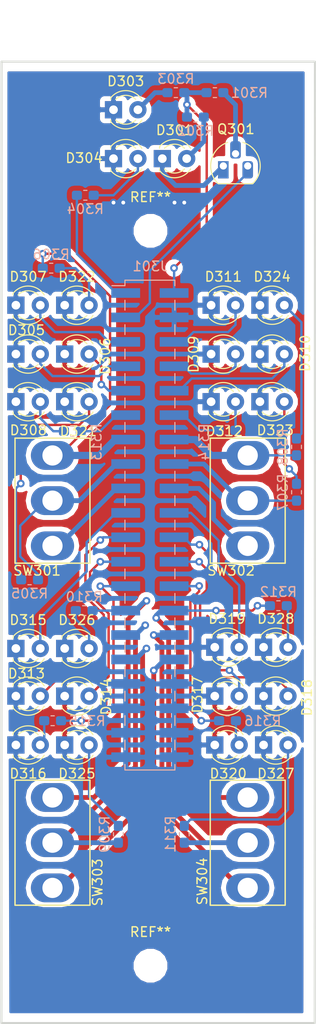
<source format=kicad_pcb>
(kicad_pcb (version 20171130) (host pcbnew "(5.0.2)-1")
  (layers (0 F.Cu signal) (31 B.Cu signal) (34 B.Paste user) (35 F.Paste user) (36 B.SilkS user) (37 F.SilkS user) (38 B.Mask user) (39 F.Mask user) (44 Edge.Cuts user))
  (net 0 "")
  (net 1 "Net-(D301-Pad1)")
  (net 2 "Net-(D301-Pad2)")
  (net 3 "Net-(D303-Pad2)")
  (net 4 "Net-(D304-Pad2)")
  (net 5 /Front/DA_Tx)
  (net 6 /Front/DA_Rx)
  (net 7 /Front/DoorA_VCC)
  (net 8 /Front/DoorA_MK)
  (net 9 /Front/DB_Tx)
  (net 10 /Front/DB_Rx)
  (net 11 /Front/DoorB_VCC)
  (net 12 /Front/DoorB_MK)
  (net 13 /Front/DC_Tx)
  (net 14 /Front/DC_Rx)
  (net 15 /Front/DoorC_VCC)
  (net 16 /Front/DoorC_MK)
  (net 17 /Front/DD_Tx)
  (net 18 /Front/DD_Rx)
  (net 19 /Front/DoorD_VCC)
  (net 20 /Front/DoorD_MK)
  (net 21 /Front/DoorA_Lock)
  (net 22 /Front/DoorA_12V)
  (net 23 /Front/DoorB_Lock)
  (net 24 /Front/DoorB_12V)
  (net 25 /Front/DoorC_Lock)
  (net 26 /Front/DoorC_12V)
  (net 27 /Front/DoorD_Lock)
  (net 28 /Front/DoorD_12V)
  (net 29 /Front/Fuse_Error)
  (net 30 /Front/DoorA_Auto)
  (net 31 /Front/DoorC_Auto)
  (net 32 /Front/DoorD_Auto)
  (net 33 /Front/DoorB_Auto)
  (net 34 "Net-(Q301-Pad2)")
  (net 35 GNDA)
  (net 36 +12P)
  (net 37 +5P)
  (net 38 "Net-(D321-Pad2)")
  (net 39 "Net-(D328-Pad2)")
  (net 40 "Net-(D327-Pad2)")
  (net 41 "Net-(D326-Pad2)")
  (net 42 "Net-(D325-Pad2)")
  (net 43 "Net-(D324-Pad2)")
  (net 44 "Net-(D323-Pad2)")
  (net 45 "Net-(D322-Pad2)")
  (net 46 "Net-(D308-Pad2)")
  (net 47 "Net-(D312-Pad2)")
  (net 48 "Net-(D316-Pad2)")
  (net 49 "Net-(D320-Pad2)")
  (module Resistor_SMD:R_0603_1608Metric_Pad1.05x0.95mm_HandSolder (layer B.Cu) (at 138.465 65.683499 180)
    (fp_text reference R306 (at 0 1.43 180) (layer B.SilkS) (effects (justify mirror)))
    (fp_text value 4k7)
    (pad 2 smd roundrect (at 0.875 0 180) (size 1.05 0.95) (layers B.Cu B.Paste B.Mask) (net 22 /Front/DoorA_12V))
    (pad 1 smd roundrect (at -0.875 0 180) (size 1.05 0.95) (layers B.Cu B.Paste B.Mask) (net 45 "Net-(D322-Pad2)"))
  )
  (module Resistor_SMD:R_0603_1608Metric_Pad1.05x0.95mm_HandSolder (layer B.Cu) (at 142.015 58.103499)
    (fp_text reference R304 (at 0 1.43) (layer B.SilkS) (effects (justify mirror)))
    (fp_text value 1k)
    (pad 2 smd roundrect (at 0.875 0) (size 1.05 0.95) (layers B.Cu B.Paste B.Mask) (net 4 "Net-(D304-Pad2)"))
    (pad 1 smd roundrect (at -0.875 0) (size 1.05 0.95) (layers B.Cu B.Paste B.Mask) (net 36 +12P))
  )
  (module Resistor_SMD:R_0603_1608Metric_Pad1.05x0.95mm_HandSolder (layer B.Cu) (at 164 88.978499 270)
    (fp_text reference R307 (at 0 1.43 270) (layer B.SilkS) (effects (justify mirror)))
    (fp_text value 4k7)
    (pad 1 smd roundrect (at -0.875 0 270) (size 1.05 0.95) (layers B.Cu B.Paste B.Mask) (net 44 "Net-(D323-Pad2)"))
    (pad 2 smd roundrect (at 0.875 0 270) (size 1.05 0.95) (layers B.Cu B.Paste B.Mask) (net 23 /Front/DoorB_Lock))
  )
  (module Resistor_SMD:R_0603_1608Metric_Pad1.05x0.95mm_HandSolder (layer B.Cu) (at 164 84.265499 270)
    (fp_text reference R308 (at 0 1.43 270) (layer B.SilkS) (effects (justify mirror)))
    (fp_text value 4k7)
    (pad 2 smd roundrect (at 0.875 0 270) (size 1.05 0.95) (layers B.Cu B.Paste B.Mask) (net 24 /Front/DoorB_12V))
    (pad 1 smd roundrect (at -0.875 0 270) (size 1.05 0.95) (layers B.Cu B.Paste B.Mask) (net 43 "Net-(D324-Pad2)"))
  )
  (module Resistor_SMD:R_0603_1608Metric_Pad1.05x0.95mm_HandSolder (layer B.Cu) (at 145.458 124.538499 270)
    (fp_text reference R309 (at 0 1.43 270) (layer B.SilkS) (effects (justify mirror)))
    (fp_text value 4k7)
    (pad 1 smd roundrect (at -0.875 0 270) (size 1.05 0.95) (layers B.Cu B.Paste B.Mask) (net 42 "Net-(D325-Pad2)"))
    (pad 2 smd roundrect (at 0.875 0 270) (size 1.05 0.95) (layers B.Cu B.Paste B.Mask) (net 25 /Front/DoorC_Lock))
  )
  (module Resistor_SMD:R_0603_1608Metric_Pad1.05x0.95mm_HandSolder (layer B.Cu) (at 141.902 101.283499)
    (fp_text reference R310 (at 0 -1.424) (layer B.SilkS) (effects (justify mirror)))
    (fp_text value 4k7)
    (pad 2 smd roundrect (at 0.875 0) (size 1.05 0.95) (layers B.Cu B.Paste B.Mask) (net 26 /Front/DoorC_12V))
    (pad 1 smd roundrect (at -0.875 0) (size 1.05 0.95) (layers B.Cu B.Paste B.Mask) (net 41 "Net-(D326-Pad2)"))
  )
  (module Resistor_SMD:R_0603_1608Metric_Pad1.05x0.95mm_HandSolder (layer B.Cu) (at 152.316 124.538499 270)
    (fp_text reference R311 (at 0 1.43 270) (layer B.SilkS) (effects (justify mirror)))
    (fp_text value 4k7)
    (pad 1 smd roundrect (at -0.875 0 270) (size 1.05 0.95) (layers B.Cu B.Paste B.Mask) (net 40 "Net-(D327-Pad2)"))
    (pad 2 smd roundrect (at 0.875 0 270) (size 1.05 0.95) (layers B.Cu B.Paste B.Mask) (net 27 /Front/DoorD_Lock))
  )
  (module Resistor_SMD:R_0603_1608Metric_Pad1.05x0.95mm_HandSolder (layer B.Cu) (at 162.109 100.775499 180)
    (fp_text reference R312 (at 0 1.43 180) (layer B.SilkS) (effects (justify mirror)))
    (fp_text value 4k7)
    (pad 2 smd roundrect (at 0.875 0 180) (size 1.05 0.95) (layers B.Cu B.Paste B.Mask) (net 28 /Front/DoorD_12V))
    (pad 1 smd roundrect (at -0.875 0 180) (size 1.05 0.95) (layers B.Cu B.Paste B.Mask) (net 39 "Net-(D328-Pad2)"))
  )
  (module Resistor_SMD:R_0603_1608Metric_Pad1.05x0.95mm_HandSolder (layer B.Cu) (at 136.215 98.083499)
    (fp_text reference R305 (at 0 1.43) (layer B.SilkS) (effects (justify mirror)))
    (fp_text value 4k7)
    (pad 2 smd roundrect (at 0.875 0) (size 1.05 0.95) (layers B.Cu B.Paste B.Mask) (net 21 /Front/DoorA_Lock))
    (pad 1 smd roundrect (at -0.875 0) (size 1.05 0.95) (layers B.Cu B.Paste B.Mask) (net 38 "Net-(D321-Pad2)"))
  )
  (module Resistor_SMD:R_0603_1608Metric_Pad1.05x0.95mm_HandSolder (layer B.Cu) (at 155.505 47.435499)
    (fp_text reference R301 (at 3.585 0.024) (layer B.SilkS) (effects (justify mirror)))
    (fp_text value 1k)
    (pad 1 smd roundrect (at -0.875 0) (size 1.05 0.95) (layers B.Cu B.Paste B.Mask) (net 37 +5P))
    (pad 2 smd roundrect (at 0.875 0) (size 1.05 0.95) (layers B.Cu B.Paste B.Mask) (net 34 "Net-(Q301-Pad2)"))
  )
  (module Resistor_SMD:R_0603_1608Metric_Pad1.05x0.95mm_HandSolder (layer B.Cu) (at 151.441 47.435499 180)
    (fp_text reference R303 (at 0 1.43 180) (layer B.SilkS) (effects (justify mirror)))
    (fp_text value 330R)
    (pad 2 smd roundrect (at 0.875 0 180) (size 1.05 0.95) (layers B.Cu B.Paste B.Mask) (net 3 "Net-(D303-Pad2)"))
    (pad 1 smd roundrect (at -0.875 0 180) (size 1.05 0.95) (layers B.Cu B.Paste B.Mask) (net 37 +5P))
  )
  (module Resistor_SMD:R_0603_1608Metric_Pad1.05x0.95mm_HandSolder (layer B.Cu) (at 153.473 49.975499)
    (fp_text reference R302 (at 0 1.43) (layer B.SilkS) (effects (justify mirror)))
    (fp_text value 330R)
    (pad 1 smd roundrect (at -0.875 0) (size 1.05 0.95) (layers B.Cu B.Paste B.Mask) (net 37 +5P))
    (pad 2 smd roundrect (at 0.875 0) (size 1.05 0.95) (layers B.Cu B.Paste B.Mask) (net 2 "Net-(D301-Pad2)"))
  )
  (module LED_THT:LED_D3.0mm (layer F.Cu) (at 150.03 54.293499)
    (fp_text reference D301 (at 1.27 -2.96) (layer F.SilkS))
    (fp_text value rt)
    (pad 1 thru_hole rect (at 0 0) (size 1.8 1.8) (drill 0.9) (layers *.Cu *.Mask) (net 1 "Net-(D301-Pad1)"))
    (pad 2 thru_hole circle (at 2.54 0) (size 1.8 1.8) (drill 0.9) (layers *.Cu *.Mask) (net 2 "Net-(D301-Pad2)"))
  )
  (module LED_THT:LED_D3.0mm (layer F.Cu) (at 144.95 49.213499)
    (fp_text reference D303 (at 1.27 -2.96) (layer F.SilkS))
    (fp_text value rt)
    (pad 2 thru_hole circle (at 2.54 0) (size 1.8 1.8) (drill 0.9) (layers *.Cu *.Mask) (net 3 "Net-(D303-Pad2)"))
    (pad 1 thru_hole rect (at 0 0) (size 1.8 1.8) (drill 0.9) (layers *.Cu *.Mask) (net 35 GNDA))
  )
  (module LED_THT:LED_D3.0mm (layer F.Cu) (at 144.95 54.293499)
    (fp_text reference D304 (at -3.06 -0.06) (layer F.SilkS))
    (fp_text value rt)
    (pad 1 thru_hole rect (at 0 0) (size 1.8 1.8) (drill 0.9) (layers *.Cu *.Mask) (net 35 GNDA))
    (pad 2 thru_hole circle (at 2.54 0) (size 1.8 1.8) (drill 0.9) (layers *.Cu *.Mask) (net 4 "Net-(D304-Pad2)"))
  )
  (module LED_THT:LED_D3.0mm (layer F.Cu) (at 134.79 74.613499)
    (fp_text reference D305 (at 1.1 -2.48) (layer F.SilkS))
    (fp_text value rt)
    (pad 2 thru_hole circle (at 2.54 0) (size 1.8 1.8) (drill 0.9) (layers *.Cu *.Mask) (net 5 /Front/DA_Tx))
    (pad 1 thru_hole rect (at 0 0) (size 1.8 1.8) (drill 0.9) (layers *.Cu *.Mask) (net 35 GNDA))
  )
  (module LED_THT:LED_D3.0mm (layer F.Cu) (at 139.87 74.613499)
    (fp_text reference D306 (at 4.22 0.22 90) (layer F.SilkS))
    (fp_text value gn)
    (pad 1 thru_hole rect (at 0 0) (size 1.8 1.8) (drill 0.9) (layers *.Cu *.Mask) (net 35 GNDA))
    (pad 2 thru_hole circle (at 2.54 0) (size 1.8 1.8) (drill 0.9) (layers *.Cu *.Mask) (net 6 /Front/DA_Rx))
  )
  (module LED_THT:LED_D3.0mm (layer F.Cu) (at 134.79 69.533499)
    (fp_text reference D307 (at 1.27 -2.96) (layer F.SilkS))
    (fp_text value rt)
    (pad 2 thru_hole circle (at 2.54 0) (size 1.8 1.8) (drill 0.9) (layers *.Cu *.Mask) (net 7 /Front/DoorA_VCC))
    (pad 1 thru_hole rect (at 0 0) (size 1.8 1.8) (drill 0.9) (layers *.Cu *.Mask) (net 35 GNDA))
  )
  (module LED_THT:LED_D3.0mm (layer F.Cu) (at 134.79 79.566499)
    (fp_text reference D308 (at 1.3 2.967) (layer F.SilkS))
    (fp_text value rt)
    (pad 1 thru_hole rect (at 0 0) (size 1.8 1.8) (drill 0.9) (layers *.Cu *.Mask) (net 35 GNDA))
    (pad 2 thru_hole circle (at 2.54 0) (size 1.8 1.8) (drill 0.9) (layers *.Cu *.Mask) (net 46 "Net-(D308-Pad2)"))
  )
  (module LED_THT:LED_D3.0mm (layer F.Cu) (at 155.11 74.613499)
    (fp_text reference D309 (at -1.82 0.02 90) (layer F.SilkS))
    (fp_text value rt)
    (pad 2 thru_hole circle (at 2.54 0) (size 1.8 1.8) (drill 0.9) (layers *.Cu *.Mask) (net 9 /Front/DB_Tx))
    (pad 1 thru_hole rect (at 0 0) (size 1.8 1.8) (drill 0.9) (layers *.Cu *.Mask) (net 35 GNDA))
  )
  (module LED_THT:LED_D3.0mm (layer F.Cu) (at 160.19 74.613499)
    (fp_text reference D310 (at 4.7 -0.08 90) (layer F.SilkS))
    (fp_text value gn)
    (pad 1 thru_hole rect (at 0 0) (size 1.8 1.8) (drill 0.9) (layers *.Cu *.Mask) (net 35 GNDA))
    (pad 2 thru_hole circle (at 2.54 0) (size 1.8 1.8) (drill 0.9) (layers *.Cu *.Mask) (net 10 /Front/DB_Rx))
  )
  (module LED_THT:LED_D3.0mm (layer F.Cu) (at 155.11 69.533499)
    (fp_text reference D311 (at 1.27 -2.96) (layer F.SilkS))
    (fp_text value rt)
    (pad 1 thru_hole rect (at 0 0) (size 1.8 1.8) (drill 0.9) (layers *.Cu *.Mask) (net 35 GNDA))
    (pad 2 thru_hole circle (at 2.54 0) (size 1.8 1.8) (drill 0.9) (layers *.Cu *.Mask) (net 11 /Front/DoorB_VCC))
  )
  (module LED_THT:LED_D3.0mm (layer F.Cu) (at 155.11 79.566499)
    (fp_text reference D312 (at 1.38 3.067) (layer F.SilkS))
    (fp_text value rt)
    (pad 1 thru_hole rect (at 0 0) (size 1.8 1.8) (drill 0.9) (layers *.Cu *.Mask) (net 35 GNDA))
    (pad 2 thru_hole circle (at 2.54 0) (size 1.8 1.8) (drill 0.9) (layers *.Cu *.Mask) (net 47 "Net-(D312-Pad2)"))
  )
  (module LED_THT:LED_D3.0mm (layer F.Cu) (at 134.79 110.173499)
    (fp_text reference D313 (at 1.1 -2.34) (layer F.SilkS))
    (fp_text value rt)
    (pad 2 thru_hole circle (at 2.54 0) (size 1.8 1.8) (drill 0.9) (layers *.Cu *.Mask) (net 13 /Front/DC_Tx))
    (pad 1 thru_hole rect (at 0 0) (size 1.8 1.8) (drill 0.9) (layers *.Cu *.Mask) (net 35 GNDA))
  )
  (module LED_THT:LED_D3.0mm (layer F.Cu) (at 139.87 110.173499)
    (fp_text reference D314 (at 4.32 0.06 90) (layer F.SilkS))
    (fp_text value gn)
    (pad 1 thru_hole rect (at 0 0) (size 1.8 1.8) (drill 0.9) (layers *.Cu *.Mask) (net 35 GNDA))
    (pad 2 thru_hole circle (at 2.54 0) (size 1.8 1.8) (drill 0.9) (layers *.Cu *.Mask) (net 14 /Front/DC_Rx))
  )
  (module LED_THT:LED_D3.0mm (layer F.Cu) (at 134.79 105.220499)
    (fp_text reference D315 (at 1.27 -2.96) (layer F.SilkS))
    (fp_text value rt)
    (pad 2 thru_hole circle (at 2.54 0) (size 1.8 1.8) (drill 0.9) (layers *.Cu *.Mask) (net 15 /Front/DoorC_VCC))
    (pad 1 thru_hole rect (at 0 0) (size 1.8 1.8) (drill 0.9) (layers *.Cu *.Mask) (net 35 GNDA))
  )
  (module LED_THT:LED_D3.0mm (layer F.Cu) (at 134.79 115.253499)
    (fp_text reference D316 (at 1.27 2.98) (layer F.SilkS))
    (fp_text value rt)
    (pad 2 thru_hole circle (at 2.54 0) (size 1.8 1.8) (drill 0.9) (layers *.Cu *.Mask) (net 48 "Net-(D316-Pad2)"))
    (pad 1 thru_hole rect (at 0 0) (size 1.8 1.8) (drill 0.9) (layers *.Cu *.Mask) (net 35 GNDA))
  )
  (module LED_THT:LED_D3.0mm (layer F.Cu) (at 155.491 110.173499)
    (fp_text reference D317 (at -1.801 -0.14 90) (layer F.SilkS))
    (fp_text value rt)
    (pad 2 thru_hole circle (at 2.54 0) (size 1.8 1.8) (drill 0.9) (layers *.Cu *.Mask) (net 17 /Front/DD_Tx))
    (pad 1 thru_hole rect (at 0 0) (size 1.8 1.8) (drill 0.9) (layers *.Cu *.Mask) (net 35 GNDA))
  )
  (module LED_THT:LED_D3.0mm (layer F.Cu) (at 160.571 110.173499)
    (fp_text reference D318 (at 4.519 0.16 90) (layer F.SilkS))
    (fp_text value gn)
    (pad 1 thru_hole rect (at 0 0) (size 1.8 1.8) (drill 0.9) (layers *.Cu *.Mask) (net 35 GNDA))
    (pad 2 thru_hole circle (at 2.54 0) (size 1.8 1.8) (drill 0.9) (layers *.Cu *.Mask) (net 18 /Front/DD_Rx))
  )
  (module LED_THT:LED_D3.0mm (layer F.Cu) (at 155.491 105.093499)
    (fp_text reference D319 (at 1.27 -2.96) (layer F.SilkS))
    (fp_text value rt)
    (pad 2 thru_hole circle (at 2.54 0) (size 1.8 1.8) (drill 0.9) (layers *.Cu *.Mask) (net 19 /Front/DoorD_VCC))
    (pad 1 thru_hole rect (at 0 0) (size 1.8 1.8) (drill 0.9) (layers *.Cu *.Mask) (net 35 GNDA))
  )
  (module LED_THT:LED_D3.0mm (layer F.Cu) (at 155.491 115.253499)
    (fp_text reference D320 (at 1.399 2.98) (layer F.SilkS))
    (fp_text value rt)
    (pad 2 thru_hole circle (at 2.54 0) (size 1.8 1.8) (drill 0.9) (layers *.Cu *.Mask) (net 49 "Net-(D320-Pad2)"))
    (pad 1 thru_hole rect (at 0 0) (size 1.8 1.8) (drill 0.9) (layers *.Cu *.Mask) (net 35 GNDA))
  )
  (module LED_THT:LED_D3.0mm (layer F.Cu) (at 139.87 79.566499)
    (fp_text reference D321 (at 1.42 3.067) (layer F.SilkS))
    (fp_text value rt)
    (pad 1 thru_hole rect (at 0 0) (size 1.8 1.8) (drill 0.9) (layers *.Cu *.Mask) (net 35 GNDA))
    (pad 2 thru_hole circle (at 2.54 0) (size 1.8 1.8) (drill 0.9) (layers *.Cu *.Mask) (net 38 "Net-(D321-Pad2)"))
  )
  (module LED_THT:LED_D3.0mm (layer F.Cu) (at 139.87 69.533499)
    (fp_text reference D322 (at 1.27 -2.96) (layer F.SilkS))
    (fp_text value rt)
    (pad 2 thru_hole circle (at 2.54 0) (size 1.8 1.8) (drill 0.9) (layers *.Cu *.Mask) (net 45 "Net-(D322-Pad2)"))
    (pad 1 thru_hole rect (at 0 0) (size 1.8 1.8) (drill 0.9) (layers *.Cu *.Mask) (net 35 GNDA))
  )
  (module LED_THT:LED_D3.0mm (layer F.Cu) (at 160.19 79.566499)
    (fp_text reference D323 (at 1.6 2.967) (layer F.SilkS))
    (fp_text value rt)
    (pad 1 thru_hole rect (at 0 0) (size 1.8 1.8) (drill 0.9) (layers *.Cu *.Mask) (net 35 GNDA))
    (pad 2 thru_hole circle (at 2.54 0) (size 1.8 1.8) (drill 0.9) (layers *.Cu *.Mask) (net 44 "Net-(D323-Pad2)"))
  )
  (module LED_THT:LED_D3.0mm (layer F.Cu) (at 160.19 69.533499)
    (fp_text reference D324 (at 1.27 -2.96) (layer F.SilkS))
    (fp_text value rt)
    (pad 2 thru_hole circle (at 2.54 0) (size 1.8 1.8) (drill 0.9) (layers *.Cu *.Mask) (net 43 "Net-(D324-Pad2)"))
    (pad 1 thru_hole rect (at 0 0) (size 1.8 1.8) (drill 0.9) (layers *.Cu *.Mask) (net 35 GNDA))
  )
  (module LED_THT:LED_D3.0mm (layer F.Cu) (at 139.87 115.253499)
    (fp_text reference D325 (at 1.27 2.98) (layer F.SilkS))
    (fp_text value rt)
    (pad 1 thru_hole rect (at 0 0) (size 1.8 1.8) (drill 0.9) (layers *.Cu *.Mask) (net 35 GNDA))
    (pad 2 thru_hole circle (at 2.54 0) (size 1.8 1.8) (drill 0.9) (layers *.Cu *.Mask) (net 42 "Net-(D325-Pad2)"))
  )
  (module LED_THT:LED_D3.0mm (layer F.Cu) (at 139.87 105.220499)
    (fp_text reference D326 (at 1.27 -2.96) (layer F.SilkS))
    (fp_text value rt)
    (pad 2 thru_hole circle (at 2.54 0) (size 1.8 1.8) (drill 0.9) (layers *.Cu *.Mask) (net 41 "Net-(D326-Pad2)"))
    (pad 1 thru_hole rect (at 0 0) (size 1.8 1.8) (drill 0.9) (layers *.Cu *.Mask) (net 35 GNDA))
  )
  (module LED_THT:LED_D3.0mm (layer F.Cu) (at 160.571 115.253499)
    (fp_text reference D327 (at 1.27 2.98) (layer F.SilkS))
    (fp_text value rt)
    (pad 1 thru_hole rect (at 0 0) (size 1.8 1.8) (drill 0.9) (layers *.Cu *.Mask) (net 35 GNDA))
    (pad 2 thru_hole circle (at 2.54 0) (size 1.8 1.8) (drill 0.9) (layers *.Cu *.Mask) (net 40 "Net-(D327-Pad2)"))
  )
  (module LED_THT:LED_D3.0mm (layer F.Cu) (at 160.571 105.093499)
    (fp_text reference D328 (at 1.27 -2.96) (layer F.SilkS))
    (fp_text value rt)
    (pad 2 thru_hole circle (at 2.54 0) (size 1.8 1.8) (drill 0.9) (layers *.Cu *.Mask) (net 39 "Net-(D328-Pad2)"))
    (pad 1 thru_hole rect (at 0 0) (size 1.8 1.8) (drill 0.9) (layers *.Cu *.Mask) (net 35 GNDA))
  )
  (module Package_TO_SOT_THT:TO-92_HandSolder (layer F.Cu) (at 156.38 55.055499)
    (fp_text reference Q301 (at 1.31 -3.822) (layer F.SilkS))
    (fp_text value Q_NPN_CBE)
    (pad 2 thru_hole roundrect (at 1.27 -1.27) (size 1.1 1.8) (drill 0.75 (offset 0 -0.4)) (layers *.Cu *.Mask) (net 34 "Net-(Q301-Pad2)"))
    (pad 3 thru_hole roundrect (at 2.54 0) (size 1.1 1.8) (drill 0.75 (offset 0 0.4)) (layers *.Cu *.Mask) (net 29 /Front/Fuse_Error))
    (pad 1 thru_hole rect (at 0 0) (size 1.1 1.8) (drill 0.75 (offset 0 0.4)) (layers *.Cu *.Mask) (net 1 "Net-(D301-Pad1)"))
  )
  (module Switches:SPDT (layer F.Cu) (at 138.6 89.853499)
    (fp_text reference SW301 (at -1.61 7.28) (layer F.SilkS))
    (fp_text value SW_SPDT_MSM)
    (pad 1 thru_hole oval (at 0 -4.7) (size 4.5 3) (drill 2.1) (layers *.Cu *.Mask) (net 22 /Front/DoorA_12V))
    (pad 2 thru_hole oval (at 0 0) (size 4.5 3) (drill oval 2.1) (layers *.Cu *.Mask) (net 21 /Front/DoorA_Lock))
    (pad 3 thru_hole oval (at 0 4.7) (size 4.5 3) (drill 2.1) (layers *.Cu *.Mask) (net 30 /Front/DoorA_Auto))
  )
  (module Switches:SPDT (layer F.Cu) (at 158.92 89.853499)
    (fp_text reference SW302 (at -1.73 7.28) (layer F.SilkS))
    (fp_text value SW_SPDT_MSM)
    (pad 3 thru_hole oval (at 0 4.7) (size 4.5 3) (drill 2.1) (layers *.Cu *.Mask) (net 33 /Front/DoorB_Auto))
    (pad 2 thru_hole oval (at 0 0) (size 4.5 3) (drill oval 2.1) (layers *.Cu *.Mask) (net 23 /Front/DoorB_Lock))
    (pad 1 thru_hole oval (at 0 -4.7) (size 4.5 3) (drill 2.1) (layers *.Cu *.Mask) (net 24 /Front/DoorB_12V))
  )
  (module Switches:SPDT (layer F.Cu) (at 138.6 125.413499)
    (fp_text reference SW303 (at 4.69 4.12 90) (layer F.SilkS))
    (fp_text value SW_SPDT_MSM)
    (pad 3 thru_hole oval (at 0 4.7) (size 4.5 3) (drill 2.1) (layers *.Cu *.Mask) (net 31 /Front/DoorC_Auto))
    (pad 2 thru_hole oval (at 0 0) (size 4.5 3) (drill oval 2.1) (layers *.Cu *.Mask) (net 25 /Front/DoorC_Lock))
    (pad 1 thru_hole oval (at 0 -4.7) (size 4.5 3) (drill 2.1) (layers *.Cu *.Mask) (net 26 /Front/DoorC_12V))
  )
  (module Switches:SPDT (layer F.Cu) (at 158.92 125.413499)
    (fp_text reference SW304 (at -4.73 4.02 90) (layer F.SilkS))
    (fp_text value SW_SPDT_MSM)
    (pad 1 thru_hole oval (at 0 -4.7) (size 4.5 3) (drill 2.1) (layers *.Cu *.Mask) (net 28 /Front/DoorD_12V))
    (pad 2 thru_hole oval (at 0 0) (size 4.5 3) (drill oval 2.1) (layers *.Cu *.Mask) (net 27 /Front/DoorD_Lock))
    (pad 3 thru_hole oval (at 0 4.7) (size 4.5 3) (drill 2.1) (layers *.Cu *.Mask) (net 32 /Front/DoorD_Auto))
  )
  (module Connector_PinSocket_2.54mm:PinSocket_2x20_P2.54mm_Vertical_SMD (layer B.Cu) (at 148.74 92.393499 180)
    (fp_text reference J301 (at 0 26.9 180) (layer B.SilkS) (effects (justify mirror)))
    (fp_text value Conn_02x20_Counter_Clockwise)
    (pad 1 smd rect (at 2.52 24.13 180) (size 3 1) (layers B.Cu B.Paste B.Mask) (net 36 +12P))
    (pad 2 smd rect (at -2.52 24.13 180) (size 3 1) (layers B.Cu B.Paste B.Mask) (net 37 +5P))
    (pad 3 smd rect (at 2.52 21.59 180) (size 3 1) (layers B.Cu B.Paste B.Mask) (net 29 /Front/Fuse_Error))
    (pad 4 smd rect (at -2.52 21.59 180) (size 3 1) (layers B.Cu B.Paste B.Mask) (net 35 GNDA))
    (pad 5 smd rect (at 2.52 19.05 180) (size 3 1) (layers B.Cu B.Paste B.Mask) (net 7 /Front/DoorA_VCC))
    (pad 6 smd rect (at -2.52 19.05 180) (size 3 1) (layers B.Cu B.Paste B.Mask) (net 11 /Front/DoorB_VCC))
    (pad 7 smd rect (at 2.52 16.51 180) (size 3 1) (layers B.Cu B.Paste B.Mask) (net 5 /Front/DA_Tx))
    (pad 8 smd rect (at -2.52 16.51 180) (size 3 1) (layers B.Cu B.Paste B.Mask) (net 9 /Front/DB_Tx))
    (pad 9 smd rect (at 2.52 13.97 180) (size 3 1) (layers B.Cu B.Paste B.Mask) (net 6 /Front/DA_Rx))
    (pad 10 smd rect (at -2.52 13.97 180) (size 3 1) (layers B.Cu B.Paste B.Mask) (net 10 /Front/DB_Rx))
    (pad 11 smd rect (at 2.52 11.43 180) (size 3 1) (layers B.Cu B.Paste B.Mask) (net 8 /Front/DoorA_MK))
    (pad 12 smd rect (at -2.52 11.43 180) (size 3 1) (layers B.Cu B.Paste B.Mask) (net 12 /Front/DoorB_MK))
    (pad 13 smd rect (at 2.52 8.89 180) (size 3 1) (layers B.Cu B.Paste B.Mask) (net 22 /Front/DoorA_12V))
    (pad 14 smd rect (at -2.52 8.89 180) (size 3 1) (layers B.Cu B.Paste B.Mask) (net 24 /Front/DoorB_12V))
    (pad 15 smd rect (at 2.52 6.35 180) (size 3 1) (layers B.Cu B.Paste B.Mask) (net 21 /Front/DoorA_Lock))
    (pad 16 smd rect (at -2.52 6.35 180) (size 3 1) (layers B.Cu B.Paste B.Mask) (net 23 /Front/DoorB_Lock))
    (pad 17 smd rect (at 2.52 3.81 180) (size 3 1) (layers B.Cu B.Paste B.Mask) (net 30 /Front/DoorA_Auto))
    (pad 18 smd rect (at -2.52 3.81 180) (size 3 1) (layers B.Cu B.Paste B.Mask) (net 33 /Front/DoorB_Auto))
    (pad 19 smd rect (at 2.52 1.27 180) (size 3 1) (layers B.Cu B.Paste B.Mask) (net 15 /Front/DoorC_VCC))
    (pad 20 smd rect (at -2.52 1.27 180) (size 3 1) (layers B.Cu B.Paste B.Mask) (net 19 /Front/DoorD_VCC))
    (pad 21 smd rect (at 2.52 -1.27 180) (size 3 1) (layers B.Cu B.Paste B.Mask) (net 13 /Front/DC_Tx))
    (pad 22 smd rect (at -2.52 -1.27 180) (size 3 1) (layers B.Cu B.Paste B.Mask) (net 17 /Front/DD_Tx))
    (pad 23 smd rect (at 2.52 -3.81 180) (size 3 1) (layers B.Cu B.Paste B.Mask) (net 14 /Front/DC_Rx))
    (pad 24 smd rect (at -2.52 -3.81 180) (size 3 1) (layers B.Cu B.Paste B.Mask) (net 18 /Front/DD_Rx))
    (pad 25 smd rect (at 2.52 -6.35 180) (size 3 1) (layers B.Cu B.Paste B.Mask) (net 16 /Front/DoorC_MK))
    (pad 26 smd rect (at -2.52 -6.35 180) (size 3 1) (layers B.Cu B.Paste B.Mask) (net 20 /Front/DoorD_MK))
    (pad 27 smd rect (at 2.52 -8.89 180) (size 3 1) (layers B.Cu B.Paste B.Mask) (net 26 /Front/DoorC_12V))
    (pad 28 smd rect (at -2.52 -8.89 180) (size 3 1) (layers B.Cu B.Paste B.Mask) (net 28 /Front/DoorD_12V))
    (pad 29 smd rect (at 2.52 -11.43 180) (size 3 1) (layers B.Cu B.Paste B.Mask) (net 25 /Front/DoorC_Lock))
    (pad 30 smd rect (at -2.52 -11.43 180) (size 3 1) (layers B.Cu B.Paste B.Mask) (net 27 /Front/DoorD_Lock))
    (pad 31 smd rect (at 2.52 -13.97 180) (size 3 1) (layers B.Cu B.Paste B.Mask) (net 31 /Front/DoorC_Auto))
    (pad 32 smd rect (at -2.52 -13.97 180) (size 3 1) (layers B.Cu B.Paste B.Mask) (net 32 /Front/DoorD_Auto))
    (pad 33 smd rect (at 2.52 -16.51 180) (size 3 1) (layers B.Cu B.Paste B.Mask) (net 35 GNDA))
    (pad 34 smd rect (at -2.52 -16.51 180) (size 3 1) (layers B.Cu B.Paste B.Mask) (net 35 GNDA))
    (pad 35 smd rect (at 2.52 -19.05 180) (size 3 1) (layers B.Cu B.Paste B.Mask) (net 35 GNDA))
    (pad 36 smd rect (at -2.52 -19.05 180) (size 3 1) (layers B.Cu B.Paste B.Mask) (net 35 GNDA))
    (pad 37 smd rect (at 2.52 -21.59 180) (size 3 1) (layers B.Cu B.Paste B.Mask) (net 35 GNDA))
    (pad 38 smd rect (at -2.52 -21.59 180) (size 3 1) (layers B.Cu B.Paste B.Mask) (net 35 GNDA))
    (pad 39 smd rect (at 2.52 -24.13 180) (size 3 1) (layers B.Cu B.Paste B.Mask) (net 35 GNDA))
    (pad 40 smd rect (at -2.52 -24.13 180) (size 3 1) (layers B.Cu B.Paste B.Mask) (net 35 GNDA))
  )
  (module Resistor_SMD:R_0603_1608Metric_Pad1.05x0.95mm_HandSolder (layer B.Cu) (at 140.665 82.633499)
    (fp_text reference R313 (at 2.525 1.126 90) (layer B.SilkS) (effects (justify mirror)))
    (fp_text value 470R)
    (pad 2 smd roundrect (at 0.875 0) (size 1.05 0.95) (layers B.Cu B.Paste B.Mask) (net 8 /Front/DoorA_MK))
    (pad 1 smd roundrect (at -0.875 0) (size 1.05 0.95) (layers B.Cu B.Paste B.Mask) (net 46 "Net-(D308-Pad2)"))
  )
  (module Resistor_SMD:R_0603_1608Metric_Pad1.05x0.95mm_HandSolder (layer B.Cu) (at 156.765 82.533499 180)
    (fp_text reference R314 (at 2.375 -1.226 270) (layer B.SilkS) (effects (justify mirror)))
    (fp_text value 470R)
    (pad 1 smd roundrect (at -0.875 0 180) (size 1.05 0.95) (layers B.Cu B.Paste B.Mask) (net 47 "Net-(D312-Pad2)"))
    (pad 2 smd roundrect (at 0.875 0 180) (size 1.05 0.95) (layers B.Cu B.Paste B.Mask) (net 12 /Front/DoorB_MK))
  )
  (module Resistor_SMD:R_0603_1608Metric_Pad1.05x0.95mm_HandSolder (layer B.Cu) (at 138.615 112.733499)
    (fp_text reference R315 (at 3.575 0.026) (layer B.SilkS) (effects (justify mirror)))
    (fp_text value 470R)
    (pad 1 smd roundrect (at -0.875 0) (size 1.05 0.95) (layers B.Cu B.Paste B.Mask) (net 48 "Net-(D316-Pad2)"))
    (pad 2 smd roundrect (at 0.875 0) (size 1.05 0.95) (layers B.Cu B.Paste B.Mask) (net 16 /Front/DoorC_MK))
  )
  (module Resistor_SMD:R_0603_1608Metric_Pad1.05x0.95mm_HandSolder (layer B.Cu) (at 156.815 112.733499 180)
    (fp_text reference R316 (at -3.675 -0.026 180) (layer B.SilkS) (effects (justify mirror)))
    (fp_text value 470R)
    (pad 2 smd roundrect (at 0.875 0 180) (size 1.05 0.95) (layers B.Cu B.Paste B.Mask) (net 20 /Front/DoorD_MK))
    (pad 1 smd roundrect (at -0.875 0 180) (size 1.05 0.95) (layers B.Cu B.Paste B.Mask) (net 49 "Net-(D320-Pad2)"))
  )
  (module MountingHole:MountingHole_2.5mm (layer F.Cu) (at 148.8 61.8)
    (fp_text reference REF** (at 0 -3.5) (layer F.SilkS))
    (fp_text value MountingHole_2.5mm)
    (pad 1 np_thru_hole circle (at 0 0) (size 2.5 2.5) (drill 2.5) (layers *.Cu *.Mask))
  )
  (module MountingHole:MountingHole_2.5mm (layer F.Cu) (at 148.8 138.2)
    (fp_text reference REF** (at 0 -3.5) (layer F.SilkS))
    (fp_text value MountingHole_2.5mm)
    (pad 1 np_thru_hole circle (at 0 0) (size 2.5 2.5) (drill 2.5) (layers *.Cu *.Mask))
  )
  (gr_line (start 133.3 44.209499) (end 133.29 144.159499) (layer Edge.Cuts) (width 0.2))
  (gr_line (start 165.91 44.209499) (end 133.3 44.209499) (layer Edge.Cuts) (width 0.2))
  (gr_line (start 165.89 144.159499) (end 165.91 44.269499) (layer Edge.Cuts) (width 0.2))
  (gr_line (start 133.29 144.159499) (end 165.89 144.159499) (layer Edge.Cuts) (width 0.2))
  (segment (start 150.03 55.693499) (end 150.03 54.293499) (width 0.5) (layer B.Cu) (net 1))
  (segment (start 151.424 57.087499) (end 150.03 55.693499) (width 0.5) (layer B.Cu) (net 1))
  (segment (start 154.348 57.087499) (end 151.424 57.087499) (width 0.5) (layer B.Cu) (net 1))
  (segment (start 156.38 55.055499) (end 154.348 57.087499) (width 0.5) (layer B.Cu) (net 1))
  (segment (start 154.348 52.515499) (end 154.348 49.975499) (width 0.5) (layer B.Cu) (net 2))
  (segment (start 152.57 54.293499) (end 154.348 52.515499) (width 0.5) (layer B.Cu) (net 2))
  (segment (start 149.268 47.435499) (end 147.49 49.213499) (width 0.5) (layer B.Cu) (net 3))
  (segment (start 150.566 47.435499) (end 149.268 47.435499) (width 0.5) (layer B.Cu) (net 3))
  (segment (start 147.49 54.293499) (end 147.49 55.563499) (width 0.25) (layer B.Cu) (net 4))
  (segment (start 147.49 55.563499) (end 144.95 58.103499) (width 0.25) (layer B.Cu) (net 4))
  (segment (start 144.95 58.103499) (end 142.89 58.103499) (width 0.25) (layer B.Cu) (net 4))
  (segment (start 144.47 75.883499) (end 143.454 76.899499) (width 0.25) (layer B.Cu) (net 5))
  (segment (start 146.22 75.883499) (end 144.47 75.883499) (width 0.25) (layer B.Cu) (net 5))
  (segment (start 143.454 76.899499) (end 138.6 76.899499) (width 0.25) (layer B.Cu) (net 5))
  (segment (start 138.6 76.899499) (end 137.33 75.629499) (width 0.25) (layer B.Cu) (net 5))
  (segment (start 137.33 75.629499) (end 137.33 74.613499) (width 0.25) (layer B.Cu) (net 5))
  (via (at 143.68 77.788499) (size 0.8) (drill 0.4) (layers F.Cu B.Cu) (net 6))
  (segment (start 143.835 77.788499) (end 143.68 77.788499) (width 0.25) (layer B.Cu) (net 6))
  (segment (start 146.22 78.423499) (end 144.47 78.423499) (width 0.25) (layer B.Cu) (net 6))
  (segment (start 144.47 78.423499) (end 143.835 77.788499) (width 0.25) (layer B.Cu) (net 6))
  (segment (start 143.68 75.883499) (end 142.41 74.613499) (width 0.25) (layer F.Cu) (net 6))
  (segment (start 143.68 77.788499) (end 143.68 75.883499) (width 0.25) (layer F.Cu) (net 6))
  (segment (start 144.47 73.343499) (end 143.454 72.327499) (width 0.25) (layer B.Cu) (net 7))
  (segment (start 146.22 73.343499) (end 144.47 73.343499) (width 0.25) (layer B.Cu) (net 7))
  (segment (start 143.454 72.327499) (end 138.854 72.327499) (width 0.25) (layer B.Cu) (net 7))
  (segment (start 138.854 72.327499) (end 137.33 70.803499) (width 0.25) (layer B.Cu) (net 7))
  (segment (start 137.33 70.803499) (end 137.33 69.533499) (width 0.25) (layer B.Cu) (net 7))
  (segment (start 143.39 82.633499) (end 141.54 82.633499) (width 0.25) (layer B.Cu) (net 8))
  (segment (start 143.55 82.633499) (end 143.39 82.633499) (width 0.25) (layer B.Cu) (net 8))
  (segment (start 146.22 80.963499) (end 145.22 80.963499) (width 0.25) (layer B.Cu) (net 8))
  (segment (start 145.22 80.963499) (end 143.55 82.633499) (width 0.25) (layer B.Cu) (net 8))
  (segment (start 152.26 75.883499) (end 151.26 75.883499) (width 0.25) (layer B.Cu) (net 9))
  (segment (start 153.022 76.645499) (end 152.26 75.883499) (width 0.25) (layer B.Cu) (net 9))
  (segment (start 156.890792 76.645499) (end 153.022 76.645499) (width 0.25) (layer B.Cu) (net 9))
  (segment (start 157.65 75.886291) (end 156.890792 76.645499) (width 0.25) (layer B.Cu) (net 9))
  (segment (start 157.65 74.613499) (end 157.65 75.886291) (width 0.25) (layer B.Cu) (net 9))
  (segment (start 151.808 78.423499) (end 151.26 78.423499) (width 0.25) (layer B.Cu) (net 10))
  (segment (start 153.078 77.153499) (end 151.808 78.423499) (width 0.25) (layer B.Cu) (net 10))
  (segment (start 161.462792 77.153499) (end 153.078 77.153499) (width 0.25) (layer B.Cu) (net 10))
  (segment (start 162.73 74.613499) (end 162.73 75.886291) (width 0.25) (layer B.Cu) (net 10))
  (segment (start 162.73 75.886291) (end 161.462792 77.153499) (width 0.25) (layer B.Cu) (net 10))
  (segment (start 152.26 73.343499) (end 151.26 73.343499) (width 0.25) (layer B.Cu) (net 11))
  (segment (start 153.276 72.327499) (end 152.26 73.343499) (width 0.25) (layer B.Cu) (net 11))
  (segment (start 156.888 72.327499) (end 153.276 72.327499) (width 0.25) (layer B.Cu) (net 11))
  (segment (start 157.65 71.565499) (end 156.888 72.327499) (width 0.25) (layer B.Cu) (net 11))
  (segment (start 157.65 69.533499) (end 157.65 71.565499) (width 0.25) (layer B.Cu) (net 11))
  (segment (start 152.26 80.963499) (end 151.26 80.963499) (width 0.25) (layer B.Cu) (net 12))
  (segment (start 153.83 82.533499) (end 152.26 80.963499) (width 0.25) (layer B.Cu) (net 12))
  (segment (start 155.89 82.533499) (end 153.83 82.533499) (width 0.25) (layer B.Cu) (net 12))
  (via (at 143.5784 93.942899) (size 0.8) (drill 0.4) (layers F.Cu B.Cu) (net 13))
  (segment (start 146.22 93.663499) (end 143.8578 93.663499) (width 0.25) (layer B.Cu) (net 13))
  (segment (start 143.8578 93.663499) (end 143.5784 93.942899) (width 0.25) (layer B.Cu) (net 13))
  (segment (start 139.4636 108.039899) (end 137.33 110.173499) (width 0.25) (layer F.Cu) (net 13))
  (segment (start 142.029 95.492299) (end 142.029 99.811709) (width 0.25) (layer F.Cu) (net 13))
  (segment (start 143.5784 93.942899) (end 142.029 95.492299) (width 0.25) (layer F.Cu) (net 13))
  (segment (start 142.029 99.811709) (end 143.934 101.716709) (width 0.25) (layer F.Cu) (net 13))
  (segment (start 143.934 101.716709) (end 143.934 107.557299) (width 0.25) (layer F.Cu) (net 13))
  (segment (start 143.934 107.557299) (end 143.4514 108.039899) (width 0.25) (layer F.Cu) (net 13))
  (segment (start 143.4514 108.039899) (end 139.4636 108.039899) (width 0.25) (layer F.Cu) (net 13))
  (via (at 143.5784 96.203499) (size 0.8) (drill 0.4) (layers F.Cu B.Cu) (net 14))
  (segment (start 146.22 96.203499) (end 143.5784 96.203499) (width 0.25) (layer B.Cu) (net 14))
  (segment (start 144.442 108.141499) (end 142.41 110.173499) (width 0.25) (layer F.Cu) (net 14))
  (segment (start 144.442 101.588299) (end 144.442 108.141499) (width 0.25) (layer F.Cu) (net 14))
  (segment (start 142.5116 99.657899) (end 144.442 101.588299) (width 0.25) (layer F.Cu) (net 14))
  (segment (start 143.5784 96.203499) (end 142.5116 97.270299) (width 0.25) (layer F.Cu) (net 14))
  (segment (start 142.5116 97.270299) (end 142.5116 99.657899) (width 0.25) (layer F.Cu) (net 14))
  (segment (start 137.33 102.045499) (end 137.33 105.220499) (width 0.25) (layer B.Cu) (net 15))
  (segment (start 142.156 97.219499) (end 137.33 102.045499) (width 0.25) (layer B.Cu) (net 15))
  (segment (start 142.156 94.171499) (end 142.156 97.219499) (width 0.25) (layer B.Cu) (net 15))
  (segment (start 146.22 91.123499) (end 145.204 91.123499) (width 0.25) (layer B.Cu) (net 15))
  (segment (start 145.204 91.123499) (end 142.156 94.171499) (width 0.25) (layer B.Cu) (net 15))
  (via (at 143.5784 98.743499) (size 0.8) (drill 0.4) (layers F.Cu B.Cu) (net 16))
  (segment (start 146.22 98.743499) (end 145.22 98.743499) (width 0.25) (layer B.Cu) (net 16))
  (segment (start 145.22 98.743499) (end 143.5784 98.743499) (width 0.25) (layer B.Cu) (net 16))
  (segment (start 143.5784 98.743499) (end 144.95 100.115099) (width 0.25) (layer F.Cu) (net 16))
  (segment (start 144.95 100.115099) (end 144.95 110.681499) (width 0.25) (layer F.Cu) (net 16))
  (segment (start 144.95 110.681499) (end 144.95 111.373499) (width 0.25) (layer F.Cu) (net 16))
  (via (at 141.59 112.733499) (size 0.8) (drill 0.4) (layers F.Cu B.Cu) (net 16))
  (segment (start 144.95 111.373499) (end 143.59 112.733499) (width 0.25) (layer F.Cu) (net 16))
  (segment (start 143.59 112.733499) (end 141.59 112.733499) (width 0.25) (layer F.Cu) (net 16))
  (segment (start 141.59 112.733499) (end 139.49 112.733499) (width 0.25) (layer B.Cu) (net 16))
  (via (at 153.8908 94.425499) (size 0.8) (drill 0.4) (layers F.Cu B.Cu) (net 17))
  (segment (start 153.022 94.425499) (end 153.8908 94.425499) (width 0.25) (layer B.Cu) (net 17))
  (segment (start 151.26 93.663499) (end 152.26 93.663499) (width 0.25) (layer B.Cu) (net 17))
  (segment (start 152.26 93.663499) (end 153.022 94.425499) (width 0.25) (layer B.Cu) (net 17))
  (via (at 157.015 107.481099) (size 0.8) (drill 0.4) (layers F.Cu B.Cu) (net 17))
  (segment (start 158.031 110.173499) (end 158.031 108.497099) (width 0.25) (layer B.Cu) (net 17))
  (segment (start 158.031 108.497099) (end 157.414999 107.881098) (width 0.25) (layer B.Cu) (net 17))
  (segment (start 157.414999 107.881098) (end 157.015 107.481099) (width 0.25) (layer B.Cu) (net 17))
  (segment (start 156.449315 107.481099) (end 157.015 107.481099) (width 0.25) (layer F.Cu) (net 17))
  (segment (start 155.10281 95.637509) (end 155.102809 99.319195) (width 0.25) (layer F.Cu) (net 17))
  (segment (start 153.8908 94.425499) (end 155.10281 95.637509) (width 0.25) (layer F.Cu) (net 17))
  (segment (start 155.102809 99.319195) (end 153.967 100.455004) (width 0.25) (layer F.Cu) (net 17))
  (segment (start 153.967 100.455004) (end 153.967 106.692289) (width 0.25) (layer F.Cu) (net 17))
  (segment (start 153.967 106.692289) (end 154.75581 107.481099) (width 0.25) (layer F.Cu) (net 17))
  (segment (start 154.75581 107.481099) (end 156.449315 107.481099) (width 0.25) (layer F.Cu) (net 17))
  (via (at 153.8654 96.203499) (size 0.8) (drill 0.4) (layers F.Cu B.Cu) (net 18))
  (segment (start 151.26 96.203499) (end 153.8654 96.203499) (width 0.25) (layer B.Cu) (net 18))
  (segment (start 163.111 109.487699) (end 163.111 110.173499) (width 0.25) (layer F.Cu) (net 18))
  (segment (start 161.841 108.217699) (end 163.111 109.487699) (width 0.25) (layer F.Cu) (net 18))
  (segment (start 154.6528 96.990899) (end 154.6528 99.132794) (width 0.25) (layer F.Cu) (net 18))
  (segment (start 153.8654 96.203499) (end 154.6528 96.990899) (width 0.25) (layer F.Cu) (net 18))
  (segment (start 154.6528 99.132794) (end 153.459 100.326594) (width 0.25) (layer F.Cu) (net 18))
  (segment (start 153.459 100.326594) (end 153.459 106.820699) (width 0.25) (layer F.Cu) (net 18))
  (segment (start 153.459 106.820699) (end 154.856 108.217699) (width 0.25) (layer F.Cu) (net 18))
  (segment (start 154.856 108.217699) (end 161.841 108.217699) (width 0.25) (layer F.Cu) (net 18))
  (segment (start 153.01 91.123499) (end 155.8974 94.010899) (width 0.25) (layer B.Cu) (net 19))
  (segment (start 151.26 91.123499) (end 153.01 91.123499) (width 0.25) (layer B.Cu) (net 19))
  (segment (start 155.8974 94.010899) (end 155.8974 96.533699) (width 0.25) (layer B.Cu) (net 19))
  (segment (start 155.8974 96.533699) (end 158.031 98.667299) (width 0.25) (layer B.Cu) (net 19))
  (segment (start 158.031 98.667299) (end 158.031 105.093499) (width 0.25) (layer B.Cu) (net 19))
  (via (at 153.8654 98.718099) (size 0.8) (drill 0.4) (layers F.Cu B.Cu) (net 20))
  (segment (start 151.26 98.743499) (end 153.84 98.743499) (width 0.25) (layer B.Cu) (net 20))
  (segment (start 153.84 98.743499) (end 153.8654 98.718099) (width 0.25) (layer B.Cu) (net 20))
  (segment (start 152.951 100.198184) (end 152.951 110.173499) (width 0.25) (layer F.Cu) (net 20))
  (segment (start 153.8654 98.718099) (end 153.8654 99.283784) (width 0.25) (layer F.Cu) (net 20))
  (segment (start 153.8654 99.283784) (end 152.951 100.198184) (width 0.25) (layer F.Cu) (net 20))
  (segment (start 152.951 110.173499) (end 152.951 111.594499) (width 0.25) (layer F.Cu) (net 20))
  (via (at 154.09 112.733499) (size 0.8) (drill 0.4) (layers F.Cu B.Cu) (net 20))
  (segment (start 152.951 111.594499) (end 154.09 112.733499) (width 0.25) (layer F.Cu) (net 20))
  (segment (start 154.09 112.733499) (end 155.94 112.733499) (width 0.25) (layer B.Cu) (net 20))
  (segment (start 141.41 89.853499) (end 138.6 89.853499) (width 0.5) (layer B.Cu) (net 21))
  (segment (start 146.22 86.043499) (end 145.22 86.043499) (width 0.5) (layer B.Cu) (net 21))
  (segment (start 145.22 86.043499) (end 141.41 89.853499) (width 0.5) (layer B.Cu) (net 21))
  (segment (start 137.09 97.508499) (end 135.24 95.658499) (width 0.25) (layer B.Cu) (net 21))
  (segment (start 137.09 98.083499) (end 137.09 97.508499) (width 0.25) (layer B.Cu) (net 21))
  (segment (start 137.85 89.853499) (end 138.6 89.853499) (width 0.25) (layer B.Cu) (net 21))
  (segment (start 135.24 92.463499) (end 137.85 89.853499) (width 0.25) (layer B.Cu) (net 21))
  (segment (start 135.24 95.658499) (end 135.24 92.463499) (width 0.25) (layer B.Cu) (net 21))
  (segment (start 137.71 86.043499) (end 138.6 85.153499) (width 0.25) (layer B.Cu) (net 22))
  (via (at 137.59 64.183499) (size 0.8) (drill 0.4) (layers F.Cu B.Cu) (net 22))
  (segment (start 137.59 65.683499) (end 137.59 64.183499) (width 0.25) (layer B.Cu) (net 22))
  (segment (start 139.35 85.153499) (end 138.6 85.153499) (width 0.25) (layer F.Cu) (net 22))
  (segment (start 144.59 79.913499) (end 139.35 85.153499) (width 0.25) (layer F.Cu) (net 22))
  (segment (start 144.59 68.583499) (end 144.59 79.913499) (width 0.25) (layer F.Cu) (net 22))
  (segment (start 137.59 64.183499) (end 140.19 64.183499) (width 0.25) (layer F.Cu) (net 22))
  (segment (start 140.19 64.183499) (end 144.59 68.583499) (width 0.25) (layer F.Cu) (net 22))
  (segment (start 143.47 85.153499) (end 138.6 85.153499) (width 0.75) (layer B.Cu) (net 22))
  (segment (start 146.22 83.503499) (end 145.12 83.503499) (width 0.75) (layer B.Cu) (net 22))
  (segment (start 145.12 83.503499) (end 143.47 85.153499) (width 0.75) (layer B.Cu) (net 22))
  (segment (start 164 89.853499) (end 158.92 89.853499) (width 0.25) (layer B.Cu) (net 23))
  (segment (start 158.17 89.853499) (end 158.92 89.853499) (width 0.5) (layer B.Cu) (net 23))
  (segment (start 154.36 86.043499) (end 158.17 89.853499) (width 0.5) (layer B.Cu) (net 23))
  (segment (start 151.26 86.043499) (end 154.36 86.043499) (width 0.5) (layer B.Cu) (net 23))
  (segment (start 158.933 85.140499) (end 158.92 85.153499) (width 0.25) (layer B.Cu) (net 24))
  (segment (start 164 85.140499) (end 158.933 85.140499) (width 0.25) (layer B.Cu) (net 24))
  (segment (start 158.92 85.153499) (end 155.11 85.153499) (width 0.75) (layer B.Cu) (net 24))
  (segment (start 155.11 85.153499) (end 153.59 83.633499) (width 0.75) (layer B.Cu) (net 24))
  (segment (start 153.51 83.503499) (end 151.26 83.503499) (width 0.75) (layer B.Cu) (net 24))
  (segment (start 153.59 83.583499) (end 153.51 83.503499) (width 0.75) (layer B.Cu) (net 24))
  (segment (start 153.59 83.633499) (end 153.59 83.583499) (width 0.75) (layer B.Cu) (net 24))
  (segment (start 138.6 125.413499) (end 145.458 125.413499) (width 0.5) (layer B.Cu) (net 25))
  (via (at 148.252 102.807499) (size 0.8) (drill 0.4) (layers F.Cu B.Cu) (net 25))
  (segment (start 146.22 103.823499) (end 147.236 103.823499) (width 0.5) (layer B.Cu) (net 25))
  (segment (start 147.236 103.823499) (end 148.252 102.807499) (width 0.5) (layer B.Cu) (net 25))
  (segment (start 148.252 102.807499) (end 147.236 103.823499) (width 0.5) (layer F.Cu) (net 25))
  (segment (start 139.35 125.413499) (end 138.6 125.413499) (width 0.5) (layer F.Cu) (net 25))
  (segment (start 147.236 117.527499) (end 139.35 125.413499) (width 0.5) (layer F.Cu) (net 25))
  (segment (start 147.236 103.823499) (end 147.236 117.527499) (width 0.5) (layer F.Cu) (net 25))
  (segment (start 146.22 101.283499) (end 142.777 101.283499) (width 0.25) (layer B.Cu) (net 26))
  (via (at 148.379 100.267499) (size 0.8) (drill 0.4) (layers F.Cu B.Cu) (net 26))
  (segment (start 146.22 101.283499) (end 147.22 101.283499) (width 0.5) (layer B.Cu) (net 26))
  (segment (start 148.236 100.267499) (end 148.379 100.267499) (width 0.5) (layer B.Cu) (net 26))
  (segment (start 147.22 101.283499) (end 148.236 100.267499) (width 0.5) (layer B.Cu) (net 26))
  (segment (start 142.919 120.713499) (end 138.6 120.713499) (width 0.5) (layer F.Cu) (net 26))
  (segment (start 146.474 117.158499) (end 142.919 120.713499) (width 0.5) (layer F.Cu) (net 26))
  (segment (start 148.379 100.267499) (end 146.474 102.172499) (width 0.5) (layer F.Cu) (net 26))
  (segment (start 146.474 102.172499) (end 146.474 117.158499) (width 0.5) (layer F.Cu) (net 26))
  (segment (start 158.92 125.413499) (end 152.316 125.413499) (width 0.5) (layer B.Cu) (net 27))
  (via (at 149.141 103.823499) (size 0.8) (drill 0.4) (layers F.Cu B.Cu) (net 27))
  (segment (start 151.26 103.823499) (end 149.141 103.823499) (width 0.5) (layer B.Cu) (net 27))
  (segment (start 154.459962 125.413499) (end 158.92 125.413499) (width 0.5) (layer F.Cu) (net 27))
  (segment (start 149.991001 120.944538) (end 154.459962 125.413499) (width 0.5) (layer F.Cu) (net 27))
  (segment (start 149.141 103.823499) (end 149.991001 104.6735) (width 0.5) (layer F.Cu) (net 27))
  (segment (start 149.991001 104.6735) (end 149.991001 120.944538) (width 0.5) (layer F.Cu) (net 27))
  (via (at 155.618 101.283499) (size 0.8) (drill 0.4) (layers F.Cu B.Cu) (net 28))
  (segment (start 151.26 101.283499) (end 155.618 101.283499) (width 0.25) (layer B.Cu) (net 28))
  (via (at 159.936 100.775499) (size 0.8) (drill 0.4) (layers F.Cu B.Cu) (net 28))
  (segment (start 155.618 101.283499) (end 159.428 101.283499) (width 0.25) (layer F.Cu) (net 28))
  (segment (start 159.428 101.283499) (end 159.936 100.775499) (width 0.25) (layer F.Cu) (net 28))
  (segment (start 159.936 100.775499) (end 161.234 100.775499) (width 0.25) (layer B.Cu) (net 28))
  (via (at 149.395 102.045499) (size 0.8) (drill 0.4) (layers F.Cu B.Cu) (net 28))
  (segment (start 151.26 101.283499) (end 150.157 101.283499) (width 0.25) (layer B.Cu) (net 28))
  (segment (start 149.395 102.045499) (end 149.395 101.791499) (width 0.5) (layer B.Cu) (net 28))
  (segment (start 149.903 101.283499) (end 151.26 101.283499) (width 0.5) (layer B.Cu) (net 28))
  (segment (start 149.395 101.791499) (end 149.903 101.283499) (width 0.5) (layer B.Cu) (net 28))
  (segment (start 153.204 120.713499) (end 158.92 120.713499) (width 0.5) (layer F.Cu) (net 28))
  (segment (start 150.691011 118.20051) (end 153.204 120.713499) (width 0.5) (layer F.Cu) (net 28))
  (segment (start 149.395 102.045499) (end 150.691011 103.34151) (width 0.5) (layer F.Cu) (net 28))
  (segment (start 150.691011 103.34151) (end 150.691011 118.20051) (width 0.5) (layer F.Cu) (net 28))
  (segment (start 146.22 70.803499) (end 147.236 70.803499) (width 0.25) (layer B.Cu) (net 29))
  (segment (start 147.236 70.803499) (end 148.7346 69.304899) (width 0.25) (layer B.Cu) (net 29))
  (segment (start 148.7346 69.304899) (end 148.7346 65.952099) (width 0.25) (layer B.Cu) (net 29))
  (segment (start 158.92 55.766699) (end 158.92 55.055499) (width 0.25) (layer B.Cu) (net 29))
  (segment (start 148.7346 65.952099) (end 158.92 55.766699) (width 0.25) (layer B.Cu) (net 29))
  (segment (start 139.25 94.553499) (end 138.6 94.553499) (width 0.5) (layer B.Cu) (net 30))
  (segment (start 145.22 88.583499) (end 139.25 94.553499) (width 0.5) (layer B.Cu) (net 30))
  (segment (start 146.22 88.583499) (end 145.22 88.583499) (width 0.5) (layer B.Cu) (net 30))
  (via (at 148.379 105.220499) (size 0.8) (drill 0.4) (layers F.Cu B.Cu) (net 31))
  (segment (start 146.22 106.363499) (end 147.236 106.363499) (width 0.5) (layer B.Cu) (net 31))
  (segment (start 147.236 106.363499) (end 148.379 105.220499) (width 0.5) (layer B.Cu) (net 31))
  (segment (start 139.35 130.113499) (end 138.6 130.113499) (width 0.5) (layer F.Cu) (net 31))
  (segment (start 147.979001 121.484498) (end 139.35 130.113499) (width 0.5) (layer F.Cu) (net 31))
  (segment (start 147.979001 105.620498) (end 147.979001 121.484498) (width 0.5) (layer F.Cu) (net 31))
  (segment (start 148.379 105.220499) (end 147.979001 105.620498) (width 0.5) (layer F.Cu) (net 31))
  (via (at 149.141 107.506499) (size 0.8) (drill 0.4) (layers F.Cu B.Cu) (net 32))
  (segment (start 151.26 106.363499) (end 150.284 106.363499) (width 0.5) (layer B.Cu) (net 32))
  (segment (start 150.284 106.363499) (end 149.141 107.506499) (width 0.5) (layer B.Cu) (net 32))
  (segment (start 158.17 130.113499) (end 158.92 130.113499) (width 0.5) (layer F.Cu) (net 32))
  (segment (start 149.141 107.506499) (end 149.141 121.084499) (width 0.5) (layer F.Cu) (net 32))
  (segment (start 149.141 121.084499) (end 158.17 130.113499) (width 0.5) (layer F.Cu) (net 32))
  (segment (start 158.17 94.553499) (end 155.364 91.747499) (width 0.5) (layer B.Cu) (net 33))
  (segment (start 158.92 94.553499) (end 158.17 94.553499) (width 0.5) (layer B.Cu) (net 33))
  (segment (start 155.364 91.747499) (end 155.364 90.107499) (width 0.5) (layer B.Cu) (net 33))
  (segment (start 153.84 88.583499) (end 151.26 88.583499) (width 0.5) (layer B.Cu) (net 33))
  (segment (start 155.364 90.107499) (end 153.84 88.583499) (width 0.5) (layer B.Cu) (net 33))
  (segment (start 157.65 48.705499) (end 156.38 47.435499) (width 0.5) (layer B.Cu) (net 34))
  (segment (start 157.65 53.785499) (end 157.65 48.705499) (width 0.5) (layer B.Cu) (net 34))
  (via (at 145.966 58.865499) (size 0.8) (drill 0.4) (layers F.Cu B.Cu) (net 35))
  (via (at 151.3 58.865499) (size 0.8) (drill 0.4) (layers F.Cu B.Cu) (net 35))
  (via (at 152.316 58.865499) (size 0.8) (drill 0.4) (layers F.Cu B.Cu) (net 35))
  (via (at 144.95 58.865499) (size 0.8) (drill 0.4) (layers F.Cu B.Cu) (net 35))
  (segment (start 134.783 79.559499) (end 134.79 79.566499) (width 0.25) (layer F.Cu) (net 35))
  (segment (start 134.129 104.559499) (end 134.79 105.220499) (width 0.25) (layer F.Cu) (net 35))
  (segment (start 145.22 68.263499) (end 146.22 68.263499) (width 0.25) (layer B.Cu) (net 36))
  (segment (start 141.14 64.183499) (end 145.22 68.263499) (width 0.25) (layer B.Cu) (net 36))
  (segment (start 141.14 58.103499) (end 141.14 64.183499) (width 0.25) (layer B.Cu) (net 36))
  (segment (start 154.63 47.435499) (end 152.316 47.435499) (width 0.5) (layer B.Cu) (net 37))
  (segment (start 152.598 47.717499) (end 152.316 47.435499) (width 0.5) (layer B.Cu) (net 37))
  (segment (start 152.598 49.975499) (end 152.598 47.717499) (width 0.5) (layer B.Cu) (net 37))
  (via (at 151.2492 65.672699) (size 0.8) (drill 0.4) (layers F.Cu B.Cu) (net 37))
  (segment (start 151.26 68.263499) (end 151.26 65.683499) (width 0.25) (layer B.Cu) (net 37))
  (segment (start 151.26 65.683499) (end 151.2492 65.672699) (width 0.25) (layer B.Cu) (net 37))
  (segment (start 151.2492 65.672699) (end 154.6528 62.269099) (width 0.25) (layer F.Cu) (net 37))
  (via (at 152.5954 48.680099) (size 0.8) (drill 0.4) (layers F.Cu B.Cu) (net 37))
  (segment (start 154.6528 50.737499) (end 152.5954 48.680099) (width 0.25) (layer F.Cu) (net 37))
  (segment (start 154.6528 62.269099) (end 154.6528 50.737499) (width 0.25) (layer F.Cu) (net 37))
  (via (at 135.298 88.075499) (size 0.8) (drill 0.4) (layers F.Cu B.Cu) (net 38))
  (segment (start 142.5878 79.744299) (end 142.41 79.566499) (width 0.25) (layer F.Cu) (net 38))
  (segment (start 135.27 88.103499) (end 135.298 88.075499) (width 0.25) (layer B.Cu) (net 38))
  (segment (start 135.298 88.075499) (end 135.298 82.995499) (width 0.25) (layer F.Cu) (net 38))
  (segment (start 135.298 82.995499) (end 136.314 81.979499) (width 0.25) (layer F.Cu) (net 38))
  (segment (start 136.314 81.979499) (end 141.394 81.979499) (width 0.25) (layer F.Cu) (net 38))
  (segment (start 142.41 80.963499) (end 142.41 79.566499) (width 0.25) (layer F.Cu) (net 38))
  (segment (start 141.394 81.979499) (end 142.41 80.963499) (width 0.25) (layer F.Cu) (net 38))
  (segment (start 134.898001 88.475498) (end 135.298 88.075499) (width 0.25) (layer B.Cu) (net 38))
  (segment (start 134.78999 88.583509) (end 134.898001 88.475498) (width 0.25) (layer B.Cu) (net 38))
  (segment (start 134.78999 96.958489) (end 134.78999 88.583509) (width 0.25) (layer B.Cu) (net 38))
  (segment (start 135.34 97.508499) (end 134.78999 96.958489) (width 0.25) (layer B.Cu) (net 38))
  (segment (start 135.34 98.083499) (end 135.34 97.508499) (width 0.25) (layer B.Cu) (net 38))
  (segment (start 163.111 100.902499) (end 162.984 100.775499) (width 0.25) (layer B.Cu) (net 39))
  (segment (start 163.111 105.093499) (end 163.111 100.902499) (width 0.25) (layer B.Cu) (net 39))
  (segment (start 152.815072 123.164427) (end 152.815072 123.136427) (width 0.25) (layer B.Cu) (net 40))
  (segment (start 152.316 123.663499) (end 152.815072 123.164427) (width 0.25) (layer B.Cu) (net 40))
  (segment (start 152.815072 123.136427) (end 152.951 123.000499) (width 0.25) (layer B.Cu) (net 40))
  (segment (start 152.951 123.000499) (end 162.095 123.000499) (width 0.25) (layer B.Cu) (net 40))
  (segment (start 163.111 121.984499) (end 163.111 115.253499) (width 0.25) (layer B.Cu) (net 40))
  (segment (start 162.095 123.000499) (end 163.111 121.984499) (width 0.25) (layer B.Cu) (net 40))
  (segment (start 141.027 101.283499) (end 141.027 102.186499) (width 0.25) (layer B.Cu) (net 41))
  (segment (start 141.027 102.186499) (end 142.41 103.569499) (width 0.25) (layer B.Cu) (net 41))
  (segment (start 142.41 103.569499) (end 142.41 105.220499) (width 0.25) (layer B.Cu) (net 41))
  (segment (start 145.458 123.663499) (end 142.41 120.615499) (width 0.25) (layer B.Cu) (net 42))
  (segment (start 142.41 120.615499) (end 142.41 115.253499) (width 0.25) (layer B.Cu) (net 42))
  (segment (start 162.73 69.533499) (end 164.508 71.311499) (width 0.25) (layer B.Cu) (net 43))
  (segment (start 164.508 82.882499) (end 164 83.390499) (width 0.25) (layer B.Cu) (net 43))
  (segment (start 164.508 71.311499) (end 164.508 82.882499) (width 0.25) (layer B.Cu) (net 43))
  (via (at 163.238 86.551499) (size 0.8) (drill 0.4) (layers F.Cu B.Cu) (net 44))
  (segment (start 162.73 79.566499) (end 162.73 86.043499) (width 0.25) (layer F.Cu) (net 44))
  (segment (start 162.73 86.043499) (end 163.238 86.551499) (width 0.25) (layer F.Cu) (net 44))
  (segment (start 163.238 86.551499) (end 164 87.313499) (width 0.25) (layer B.Cu) (net 44))
  (segment (start 164 87.313499) (end 164 88.103499) (width 0.25) (layer B.Cu) (net 44))
  (segment (start 139.34 65.683499) (end 140.99 65.683499) (width 0.25) (layer B.Cu) (net 45))
  (segment (start 140.99 65.683499) (end 142.44 67.133499) (width 0.25) (layer B.Cu) (net 45))
  (segment (start 142.41 67.163499) (end 142.41 69.533499) (width 0.25) (layer B.Cu) (net 45))
  (segment (start 142.44 67.133499) (end 142.41 67.163499) (width 0.25) (layer B.Cu) (net 45))
  (segment (start 138.69 82.633499) (end 139.79 82.633499) (width 0.25) (layer B.Cu) (net 46))
  (segment (start 137.33 79.566499) (end 137.33 81.273499) (width 0.25) (layer B.Cu) (net 46))
  (segment (start 137.33 81.273499) (end 138.69 82.633499) (width 0.25) (layer B.Cu) (net 46))
  (segment (start 157.65 82.523499) (end 157.64 82.533499) (width 0.25) (layer B.Cu) (net 47))
  (segment (start 157.65 79.566499) (end 157.65 82.523499) (width 0.25) (layer B.Cu) (net 47))
  (segment (start 137.74 114.843499) (end 137.33 115.253499) (width 0.25) (layer B.Cu) (net 48))
  (segment (start 137.74 112.733499) (end 137.74 114.843499) (width 0.25) (layer B.Cu) (net 48))
  (segment (start 157.69 114.912499) (end 158.031 115.253499) (width 0.25) (layer B.Cu) (net 49))
  (segment (start 157.69 112.733499) (end 157.69 114.912499) (width 0.25) (layer B.Cu) (net 49))
  (zone (net 35) (net_name GNDA) (layer B.Cu) (connect_pads (clearance 0.508)) (min_thickness 0.254) (fill yes (arc_segments 16) (thermal_gap 0.508) (thermal_bridge_width 0.508))
    (polygon (pts (xy 133.855 45.226499) (xy 134.109 143.143499) (xy 164.716 143.143499) (xy 164.843 45.226499)))
  )
  (zone (net 35) (net_name GNDA) (layer F.Cu) (connect_pads (clearance 0.508)) (min_thickness 0.254) (fill yes (arc_segments 16) (thermal_gap 0.508) (thermal_bridge_width 0.508))
    (polygon (pts (xy 133.855 45.226499) (xy 164.843 45.226499) (xy 164.716 143.143499) (xy 134.117 143.128499)))
  )
)
</source>
